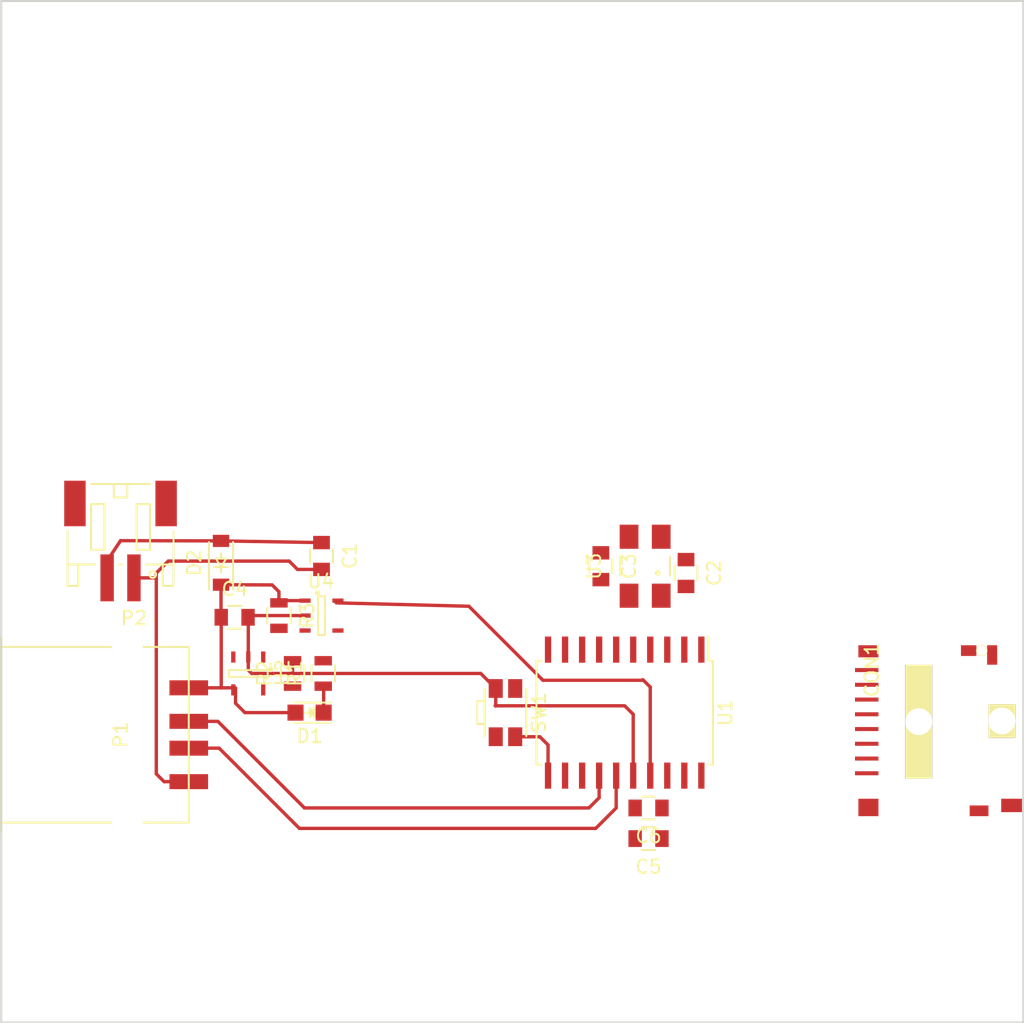
<source format=kicad_pcb>
(kicad_pcb (version 4) (host pcbnew 4.0.1-stable)

  (general
    (links 42)
    (no_connects 23)
    (area 62.602999 83.744999 140.405 160.095001)
    (thickness 1.6)
    (drawings 4)
    (tracks 74)
    (zones 0)
    (modules 19)
    (nets 18)
  )

  (page A)
  (title_block
    (title Jotter)
    (date 2015-12-21)
    (rev 1)
    (company "Mitto Design LLC")
    (comment 1 "by Matthew Swarts")
  )

  (layers
    (0 F.Cu signal)
    (31 B.Cu signal)
    (32 B.Adhes user)
    (33 F.Adhes user)
    (34 B.Paste user)
    (35 F.Paste user)
    (36 B.SilkS user)
    (37 F.SilkS user)
    (38 B.Mask user)
    (39 F.Mask user)
    (40 Dwgs.User user)
    (41 Cmts.User user)
    (42 Eco1.User user)
    (43 Eco2.User user)
    (44 Edge.Cuts user)
    (45 Margin user)
    (46 B.CrtYd user)
    (47 F.CrtYd user)
    (48 B.Fab user)
    (49 F.Fab user)
  )

  (setup
    (last_trace_width 0.3)
    (user_trace_width 0.4)
    (trace_clearance 0.8)
    (zone_clearance 0.508)
    (zone_45_only no)
    (trace_min 0.2)
    (segment_width 0.2)
    (edge_width 0.15)
    (via_size 0.6)
    (via_drill 0.4)
    (via_min_size 0.4)
    (via_min_drill 0.3)
    (uvia_size 0.3)
    (uvia_drill 0.1)
    (uvias_allowed no)
    (uvia_min_size 0.2)
    (uvia_min_drill 0.1)
    (pcb_text_width 0.3)
    (pcb_text_size 1.5 1.5)
    (mod_edge_width 0.15)
    (mod_text_size 1 1)
    (mod_text_width 0.15)
    (pad_size 1.524 1.524)
    (pad_drill 0.762)
    (pad_to_mask_clearance 0.2)
    (aux_axis_origin 0 0)
    (visible_elements 7FFFFFFF)
    (pcbplotparams
      (layerselection 0x00030_80000001)
      (usegerberextensions false)
      (excludeedgelayer true)
      (linewidth 0.100000)
      (plotframeref false)
      (viasonmask false)
      (mode 1)
      (useauxorigin false)
      (hpglpennumber 1)
      (hpglpenspeed 20)
      (hpglpendiameter 15)
      (hpglpenoverlay 2)
      (psnegative false)
      (psa4output false)
      (plotreference true)
      (plotvalue true)
      (plotinvisibletext false)
      (padsonsilk false)
      (subtractmaskfromsilk false)
      (outputformat 1)
      (mirror false)
      (drillshape 1)
      (scaleselection 1)
      (outputdirectory ""))
  )

  (net 0 "")
  (net 1 V_BAT)
  (net 2 GND)
  (net 3 XIN)
  (net 4 XOUT)
  (net 5 V_USB)
  (net 6 3V3)
  (net 7 SPI_SS)
  (net 8 SPI_MOSI)
  (net 9 SPI_SCK)
  (net 10 SPI_MISO)
  (net 11 "Net-(D1-Pad1)")
  (net 12 USB+)
  (net 13 USB-)
  (net 14 "Net-(R1-Pad2)")
  (net 15 "Net-(R2-Pad1)")
  (net 16 "Net-(R3-Pad2)")
  (net 17 RESET)

  (net_class Default "This is the default net class."
    (clearance 0.8)
    (trace_width 0.3)
    (via_dia 0.6)
    (via_drill 0.4)
    (uvia_dia 0.3)
    (uvia_drill 0.1)
    (add_net 3V3)
    (add_net GND)
    (add_net "Net-(D1-Pad1)")
    (add_net "Net-(R1-Pad2)")
    (add_net "Net-(R2-Pad1)")
    (add_net "Net-(R3-Pad2)")
    (add_net RESET)
    (add_net SPI_MISO)
    (add_net SPI_MOSI)
    (add_net SPI_SCK)
    (add_net SPI_SS)
    (add_net USB+)
    (add_net USB-)
    (add_net V_BAT)
    (add_net V_USB)
    (add_net XIN)
    (add_net XOUT)
  )

  (module MyKiCadParts:SOT-23-5-80 (layer F.Cu) (tedit 5677C107) (tstamp 56779FF8)
    (at 87.376 129.667)
    (descr "5-pin SOT23 package")
    (tags SOT-23-5L)
    (path /5677C95C)
    (attr smd)
    (fp_text reference U4 (at -0.05 -2.55) (layer F.SilkS)
      (effects (font (size 1 1) (thickness 0.15)))
    )
    (fp_text value SPX3819 (at -0.05 2.35) (layer F.Fab)
      (effects (font (size 1 1) (thickness 0.15)))
    )
    (fp_circle (center 0 -1.11) (end 0.8 -1.11) (layer F.SilkS) (width 0.01))
    (fp_circle (center -0.89 -0.56) (end -0.49 -0.56) (layer F.SilkS) (width 0.01))
    (fp_line (start -1.8 -1.6) (end 1.8 -1.6) (layer F.CrtYd) (width 0.05))
    (fp_line (start 1.8 -1.6) (end 1.8 1.6) (layer F.CrtYd) (width 0.05))
    (fp_line (start 1.8 1.6) (end -1.8 1.6) (layer F.CrtYd) (width 0.05))
    (fp_line (start -1.8 1.6) (end -1.8 -1.6) (layer F.CrtYd) (width 0.05))
    (fp_circle (center -0.3 -1.7) (end -0.2 -1.7) (layer F.SilkS) (width 0.15))
    (fp_line (start 0.25 -1.45) (end -0.25 -1.45) (layer F.SilkS) (width 0.15))
    (fp_line (start 0.25 1.45) (end 0.25 -1.45) (layer F.SilkS) (width 0.15))
    (fp_line (start -0.25 1.45) (end 0.25 1.45) (layer F.SilkS) (width 0.15))
    (fp_line (start -0.25 -1.45) (end -0.25 1.45) (layer F.SilkS) (width 0.15))
    (pad 1 smd rect (at -1.225 -1.115) (size 0.83 0.32) (layers F.Cu F.Paste F.Mask)
      (net 5 V_USB))
    (pad 2 smd rect (at -1.225 0) (size 0.83 0.32) (layers F.Cu F.Paste F.Mask)
      (net 2 GND))
    (pad 3 smd rect (at -1.225 1.115) (size 0.83 0.32) (layers F.Cu F.Paste F.Mask)
      (net 16 "Net-(R3-Pad2)"))
    (pad 4 smd rect (at 1.225 1.115) (size 0.83 0.32) (layers F.Cu F.Paste F.Mask))
    (pad 5 smd rect (at 1.225 -1.115) (size 0.83 0.32) (layers F.Cu F.Paste F.Mask)
      (net 6 3V3))
    (model TO_SOT_Packages_SMD.3dshapes/SOT-23-5.wrl
      (at (xyz 0 0 0))
      (scale (xyz 1 1 1))
      (rotate (xyz 0 0 0))
    )
  )

  (module MyKiCadParts:SOT-23-5-80 (layer F.Cu) (tedit 5677C107) (tstamp 56779FD9)
    (at 81.915 133.985 270)
    (descr "5-pin SOT23 package")
    (tags SOT-23-5L)
    (path /5677A0B7)
    (attr smd)
    (fp_text reference U2 (at -0.05 -2.55 270) (layer F.SilkS)
      (effects (font (size 1 1) (thickness 0.15)))
    )
    (fp_text value MCP73831 (at -0.05 2.35 270) (layer F.Fab)
      (effects (font (size 1 1) (thickness 0.15)))
    )
    (fp_circle (center 0 -1.11) (end 0.8 -1.11) (layer F.SilkS) (width 0.01))
    (fp_circle (center -0.89 -0.56) (end -0.49 -0.56) (layer F.SilkS) (width 0.01))
    (fp_line (start -1.8 -1.6) (end 1.8 -1.6) (layer F.CrtYd) (width 0.05))
    (fp_line (start 1.8 -1.6) (end 1.8 1.6) (layer F.CrtYd) (width 0.05))
    (fp_line (start 1.8 1.6) (end -1.8 1.6) (layer F.CrtYd) (width 0.05))
    (fp_line (start -1.8 1.6) (end -1.8 -1.6) (layer F.CrtYd) (width 0.05))
    (fp_circle (center -0.3 -1.7) (end -0.2 -1.7) (layer F.SilkS) (width 0.15))
    (fp_line (start 0.25 -1.45) (end -0.25 -1.45) (layer F.SilkS) (width 0.15))
    (fp_line (start 0.25 1.45) (end 0.25 -1.45) (layer F.SilkS) (width 0.15))
    (fp_line (start -0.25 1.45) (end 0.25 1.45) (layer F.SilkS) (width 0.15))
    (fp_line (start -0.25 -1.45) (end -0.25 1.45) (layer F.SilkS) (width 0.15))
    (pad 1 smd rect (at -1.225 -1.115 270) (size 0.83 0.32) (layers F.Cu F.Paste F.Mask)
      (net 14 "Net-(R1-Pad2)"))
    (pad 2 smd rect (at -1.225 0 270) (size 0.83 0.32) (layers F.Cu F.Paste F.Mask)
      (net 2 GND))
    (pad 3 smd rect (at -1.225 1.115 270) (size 0.83 0.32) (layers F.Cu F.Paste F.Mask))
    (pad 4 smd rect (at 1.225 1.115 270) (size 0.83 0.32) (layers F.Cu F.Paste F.Mask)
      (net 5 V_USB))
    (pad 5 smd rect (at 1.225 -1.115 270) (size 0.83 0.32) (layers F.Cu F.Paste F.Mask)
      (net 15 "Net-(R2-Pad1)"))
    (model TO_SOT_Packages_SMD.3dshapes/SOT-23-5.wrl
      (at (xyz 0 0 0))
      (scale (xyz 1 1 1))
      (rotate (xyz 0 0 0))
    )
  )

  (module MyKiCadParts:USB_A_SMD (layer F.Cu) (tedit 5677B760) (tstamp 56779F61)
    (at 72.898 138.557 270)
    (path /56779546)
    (fp_text reference P1 (at 0 0.5 270) (layer F.SilkS)
      (effects (font (size 1 1) (thickness 0.15)))
    )
    (fp_text value USB_A (at 0 -0.5 270) (layer F.Fab)
      (effects (font (size 1 1) (thickness 0.15)))
    )
    (fp_line (start -7.25 9.42) (end 7.25 9.42) (layer F.SilkS) (width 0.15))
    (fp_line (start -6.55 -4.58) (end -6.55 9.42) (layer F.SilkS) (width 0.15))
    (fp_line (start 6.55 -4.58) (end 6.55 9.42) (layer F.SilkS) (width 0.15))
    (fp_line (start -6.55 -4.58) (end 6.55 -4.58) (layer F.SilkS) (width 0.15))
    (pad "" np_thru_hole circle (at 6.57 0 270) (size 2.3 2.3) (drill 2.3) (layers *.Cu *.Mask F.SilkS))
    (pad 4 smd rect (at 3.5 -4.58 270) (size 1.12 2.88) (layers F.Cu F.Paste F.Mask)
      (net 2 GND))
    (pad 3 smd rect (at 1 -4.58 270) (size 1.12 2.88) (layers F.Cu F.Paste F.Mask)
      (net 12 USB+))
    (pad 2 smd rect (at -1 -4.58 270) (size 1.12 2.88) (layers F.Cu F.Paste F.Mask)
      (net 13 USB-))
    (pad 1 smd rect (at -3.5 -4.58 270) (size 1.12 2.88) (layers F.Cu F.Paste F.Mask)
      (net 5 V_USB))
    (pad "" np_thru_hole circle (at -6.57 0 270) (size 2.3 2.3) (drill 2.3) (layers *.Cu *.Mask F.SilkS))
  )

  (module Connectors_JST_PH:Connectors_JST_S2B-PH-SM4-TB (layer F.Cu) (tedit 55F6C32A) (tstamp 56779F6B)
    (at 72.39 124.079 180)
    (descr "JST PH series connector, S2B-PH-SM4-TB")
    (tags "connector jst ph")
    (path /5677BFD6)
    (attr smd)
    (fp_text reference P2 (at -1 -5.775 180) (layer F.SilkS)
      (effects (font (size 1 1) (thickness 0.15)))
    )
    (fp_text value CONN_01X02 (at 0 5.725 180) (layer F.Fab)
      (effects (font (size 1 1) (thickness 0.15)))
    )
    (fp_circle (center -2.4 -2.525) (end -2.15 -2.525) (layer F.SilkS) (width 0.15))
    (fp_line (start -0.5 4.225) (end -0.5 3.225) (layer F.SilkS) (width 0.15))
    (fp_line (start -0.5 3.225) (end 0.5 3.225) (layer F.SilkS) (width 0.15))
    (fp_line (start 0.5 3.225) (end 0.5 4.225) (layer F.SilkS) (width 0.15))
    (fp_line (start -1.9 -1.775) (end -3.15 -1.775) (layer F.SilkS) (width 0.15))
    (fp_line (start -3.15 -1.775) (end -3.15 -3.375) (layer F.SilkS) (width 0.15))
    (fp_line (start -3.15 -3.375) (end -3.95 -3.375) (layer F.SilkS) (width 0.15))
    (fp_line (start -3.95 -3.375) (end -3.95 0.725) (layer F.SilkS) (width 0.15))
    (fp_line (start -3.15 -1.775) (end -3.95 -1.775) (layer F.SilkS) (width 0.15))
    (fp_line (start 1.9 -1.775) (end 3.15 -1.775) (layer F.SilkS) (width 0.15))
    (fp_line (start 3.15 -1.775) (end 3.15 -3.375) (layer F.SilkS) (width 0.15))
    (fp_line (start 3.15 -3.375) (end 3.95 -3.375) (layer F.SilkS) (width 0.15))
    (fp_line (start 3.95 -3.375) (end 3.95 0.725) (layer F.SilkS) (width 0.15))
    (fp_line (start 3.15 -1.775) (end 3.95 -1.775) (layer F.SilkS) (width 0.15))
    (fp_line (start -2.2 4.225) (end 2.2 4.225) (layer F.SilkS) (width 0.15))
    (fp_line (start -2.2 -0.675) (end -2.2 2.725) (layer F.SilkS) (width 0.15))
    (fp_line (start -2.2 2.725) (end -1.2 2.725) (layer F.SilkS) (width 0.15))
    (fp_line (start -1.2 2.725) (end -1.2 -0.675) (layer F.SilkS) (width 0.15))
    (fp_line (start -1.2 -0.675) (end -2.2 -0.675) (layer F.SilkS) (width 0.15))
    (fp_line (start 2.2 -0.675) (end 2.2 2.725) (layer F.SilkS) (width 0.15))
    (fp_line (start 2.2 2.725) (end 1.2 2.725) (layer F.SilkS) (width 0.15))
    (fp_line (start 1.2 2.725) (end 1.2 -0.675) (layer F.SilkS) (width 0.15))
    (fp_line (start 1.2 -0.675) (end 2.2 -0.675) (layer F.SilkS) (width 0.15))
    (fp_line (start -0.1 -1.775) (end 0.1 -1.775) (layer F.SilkS) (width 0.15))
    (fp_line (start -4.7 5) (end -4.7 -5.05) (layer F.CrtYd) (width 0.05))
    (fp_line (start -4.7 -5.05) (end 4.7 -5.05) (layer F.CrtYd) (width 0.05))
    (fp_line (start 4.7 -5.05) (end 4.7 5) (layer F.CrtYd) (width 0.05))
    (fp_line (start 4.7 5) (end -4.7 5) (layer F.CrtYd) (width 0.05))
    (pad 1 smd rect (at -1 -2.775 180) (size 1 3.5) (layers F.Cu F.Paste F.Mask)
      (net 2 GND))
    (pad 2 smd rect (at 1 -2.775 180) (size 1 3.5) (layers F.Cu F.Paste F.Mask)
      (net 1 V_BAT))
    (pad "" smd rect (at -3.4 2.775 180) (size 1.6 3.4) (layers F.Cu F.Paste F.Mask))
    (pad "" smd rect (at 3.4 2.775 180) (size 1.6 3.4) (layers F.Cu F.Paste F.Mask))
  )

  (module Crystals:Crystal_SMD_0603_4Pads (layer F.Cu) (tedit 0) (tstamp 56779FE6)
    (at 111.506 125.984 90)
    (descr "Crystal, Quarz, SMD, 0603, 4 Pads,")
    (tags "Crystal, Quarz, SMD, 0603, 4 Pads,")
    (path /5677897C)
    (attr smd)
    (fp_text reference U3 (at 0 -3.81 90) (layer F.SilkS)
      (effects (font (size 1 1) (thickness 0.15)))
    )
    (fp_text value ABS25 (at 0 3.81 90) (layer F.Fab)
      (effects (font (size 1 1) (thickness 0.15)))
    )
    (fp_circle (center 0 0) (end 0.50038 0) (layer F.Adhes) (width 0.381))
    (fp_circle (center 0 0) (end 0.14986 0) (layer F.Adhes) (width 0.381))
    (fp_circle (center -0.50038 0.94996) (end -0.39878 1.04902) (layer F.SilkS) (width 0.15))
    (fp_line (start 0.70104 1.84912) (end -0.70104 1.84912) (layer F.SilkS) (width 0.15))
    (fp_line (start -0.70104 -1.84912) (end 0.70104 -1.84912) (layer F.SilkS) (width 0.15))
    (pad 1 smd rect (at -2.19964 1.19888 90) (size 1.80086 1.39954) (layers F.Cu F.Paste F.Mask)
      (net 3 XIN))
    (pad 2 smd rect (at 2.19964 1.19888 90) (size 1.80086 1.39954) (layers F.Cu F.Paste F.Mask))
    (pad 3 smd rect (at 2.19964 -1.19888 90) (size 1.80086 1.39954) (layers F.Cu F.Paste F.Mask))
    (pad 4 smd rect (at -2.19964 -1.19888 90) (size 1.80086 1.39954) (layers F.Cu F.Paste F.Mask)
      (net 4 XOUT))
  )

  (module Buttons_Switches_SMD:SW_SPST_EVQP7A (layer F.Cu) (tedit 55DB4810) (tstamp 56779FA4)
    (at 101.092 136.906 270)
    (descr "Light Touch Switch")
    (path /5677E9EE)
    (attr smd)
    (fp_text reference SW1 (at 0 -2.5 270) (layer F.SilkS)
      (effects (font (size 1 1) (thickness 0.15)))
    )
    (fp_text value SPST (at 0 0 270) (layer F.Fab)
      (effects (font (size 1 1) (thickness 0.15)))
    )
    (fp_line (start -1.1 2.35) (end -1.1 1.7) (layer F.CrtYd) (width 0.05))
    (fp_line (start -1.1 1.7) (end -2.75 1.7) (layer F.CrtYd) (width 0.05))
    (fp_line (start 2.75 1.7) (end 1.1 1.7) (layer F.CrtYd) (width 0.05))
    (fp_line (start 1.1 1.7) (end 1.1 2.35) (layer F.CrtYd) (width 0.05))
    (fp_line (start 0.85 1.55) (end 0.85 2.1) (layer F.SilkS) (width 0.15))
    (fp_line (start 0.85 2.1) (end -0.85 2.1) (layer F.SilkS) (width 0.15))
    (fp_line (start -0.85 2.1) (end -0.85 1.55) (layer F.SilkS) (width 0.15))
    (fp_line (start -1.75 -1.55) (end 1.75 -1.55) (layer F.SilkS) (width 0.15))
    (fp_line (start 1.75 1.55) (end -1.75 1.55) (layer F.SilkS) (width 0.15))
    (fp_line (start -2.75 -1.7) (end 2.75 -1.7) (layer F.CrtYd) (width 0.05))
    (fp_line (start 2.75 -1.7) (end 2.75 1.7) (layer F.CrtYd) (width 0.05))
    (fp_line (start 1.1 2.35) (end -1.1 2.35) (layer F.CrtYd) (width 0.05))
    (fp_line (start -2.75 1.7) (end -2.75 -1.7) (layer F.CrtYd) (width 0.05))
    (pad 1 smd rect (at 1.8 -0.725 270) (size 1.4 1.05) (layers F.Cu F.Paste F.Mask)
      (net 17 RESET))
    (pad 1 smd rect (at -1.8 -0.725 270) (size 1.4 1.05) (layers F.Cu F.Paste F.Mask)
      (net 17 RESET))
    (pad 2 smd rect (at 1.8 0.725 270) (size 1.4 1.05) (layers F.Cu F.Paste F.Mask)
      (net 2 GND))
    (pad 2 smd rect (at -1.8 0.725 270) (size 1.4 1.05) (layers F.Cu F.Paste F.Mask)
      (net 2 GND))
  )

  (module Resistors_SMD:R_0805 (layer F.Cu) (tedit 5415CDEB) (tstamp 56779F8F)
    (at 84.201 129.667 270)
    (descr "Resistor SMD 0805, reflow soldering, Vishay (see dcrcw.pdf)")
    (tags "resistor 0805")
    (path /5677CD97)
    (attr smd)
    (fp_text reference R3 (at 0 -2.1 270) (layer F.SilkS)
      (effects (font (size 1 1) (thickness 0.15)))
    )
    (fp_text value 100K (at 0 2.1 270) (layer F.Fab)
      (effects (font (size 1 1) (thickness 0.15)))
    )
    (fp_line (start -1.6 -1) (end 1.6 -1) (layer F.CrtYd) (width 0.05))
    (fp_line (start -1.6 1) (end 1.6 1) (layer F.CrtYd) (width 0.05))
    (fp_line (start -1.6 -1) (end -1.6 1) (layer F.CrtYd) (width 0.05))
    (fp_line (start 1.6 -1) (end 1.6 1) (layer F.CrtYd) (width 0.05))
    (fp_line (start 0.6 0.875) (end -0.6 0.875) (layer F.SilkS) (width 0.15))
    (fp_line (start -0.6 -0.875) (end 0.6 -0.875) (layer F.SilkS) (width 0.15))
    (pad 1 smd rect (at -0.95 0 270) (size 0.7 1.3) (layers F.Cu F.Paste F.Mask)
      (net 5 V_USB))
    (pad 2 smd rect (at 0.95 0 270) (size 0.7 1.3) (layers F.Cu F.Paste F.Mask)
      (net 16 "Net-(R3-Pad2)"))
    (model Resistors_SMD.3dshapes/R_0805.wrl
      (at (xyz 0 0 0))
      (scale (xyz 1 1 1))
      (rotate (xyz 0 0 0))
    )
  )

  (module Resistors_SMD:R_0805 (layer F.Cu) (tedit 5415CDEB) (tstamp 56779F83)
    (at 85.217 133.985 90)
    (descr "Resistor SMD 0805, reflow soldering, Vishay (see dcrcw.pdf)")
    (tags "resistor 0805")
    (path /5677A671)
    (attr smd)
    (fp_text reference R2 (at 0 -2.1 90) (layer F.SilkS)
      (effects (font (size 1 1) (thickness 0.15)))
    )
    (fp_text value 10K (at 0 2.1 90) (layer F.Fab)
      (effects (font (size 1 1) (thickness 0.15)))
    )
    (fp_line (start -1.6 -1) (end 1.6 -1) (layer F.CrtYd) (width 0.05))
    (fp_line (start -1.6 1) (end 1.6 1) (layer F.CrtYd) (width 0.05))
    (fp_line (start -1.6 -1) (end -1.6 1) (layer F.CrtYd) (width 0.05))
    (fp_line (start 1.6 -1) (end 1.6 1) (layer F.CrtYd) (width 0.05))
    (fp_line (start 0.6 0.875) (end -0.6 0.875) (layer F.SilkS) (width 0.15))
    (fp_line (start -0.6 -0.875) (end 0.6 -0.875) (layer F.SilkS) (width 0.15))
    (pad 1 smd rect (at -0.95 0 90) (size 0.7 1.3) (layers F.Cu F.Paste F.Mask)
      (net 15 "Net-(R2-Pad1)"))
    (pad 2 smd rect (at 0.95 0 90) (size 0.7 1.3) (layers F.Cu F.Paste F.Mask)
      (net 2 GND))
    (model Resistors_SMD.3dshapes/R_0805.wrl
      (at (xyz 0 0 0))
      (scale (xyz 1 1 1))
      (rotate (xyz 0 0 0))
    )
  )

  (module Resistors_SMD:R_0805 (layer F.Cu) (tedit 5415CDEB) (tstamp 56779F77)
    (at 87.503 133.985 90)
    (descr "Resistor SMD 0805, reflow soldering, Vishay (see dcrcw.pdf)")
    (tags "resistor 0805")
    (path /5677A5FB)
    (attr smd)
    (fp_text reference R1 (at 0 -2.1 90) (layer F.SilkS)
      (effects (font (size 1 1) (thickness 0.15)))
    )
    (fp_text value 1K (at 0 2.1 90) (layer F.Fab)
      (effects (font (size 1 1) (thickness 0.15)))
    )
    (fp_line (start -1.6 -1) (end 1.6 -1) (layer F.CrtYd) (width 0.05))
    (fp_line (start -1.6 1) (end 1.6 1) (layer F.CrtYd) (width 0.05))
    (fp_line (start -1.6 -1) (end -1.6 1) (layer F.CrtYd) (width 0.05))
    (fp_line (start 1.6 -1) (end 1.6 1) (layer F.CrtYd) (width 0.05))
    (fp_line (start 0.6 0.875) (end -0.6 0.875) (layer F.SilkS) (width 0.15))
    (fp_line (start -0.6 -0.875) (end 0.6 -0.875) (layer F.SilkS) (width 0.15))
    (pad 1 smd rect (at -0.95 0 90) (size 0.7 1.3) (layers F.Cu F.Paste F.Mask)
      (net 11 "Net-(D1-Pad1)"))
    (pad 2 smd rect (at 0.95 0 90) (size 0.7 1.3) (layers F.Cu F.Paste F.Mask)
      (net 14 "Net-(R1-Pad2)"))
    (model Resistors_SMD.3dshapes/R_0805.wrl
      (at (xyz 0 0 0))
      (scale (xyz 1 1 1))
      (rotate (xyz 0 0 0))
    )
  )

  (module Diodes_SMD:SOD-123 (layer F.Cu) (tedit 5530FCB9) (tstamp 56779F4F)
    (at 79.883 125.73 90)
    (descr SOD-123)
    (tags SOD-123)
    (path /5677CCC3)
    (attr smd)
    (fp_text reference D2 (at 0 -2 90) (layer F.SilkS)
      (effects (font (size 1 1) (thickness 0.15)))
    )
    (fp_text value D_Schottky (at 0 2.1 90) (layer F.Fab)
      (effects (font (size 1 1) (thickness 0.15)))
    )
    (fp_line (start 0.3175 0) (end 0.6985 0) (layer F.SilkS) (width 0.15))
    (fp_line (start -0.6985 0) (end -0.3175 0) (layer F.SilkS) (width 0.15))
    (fp_line (start -0.3175 0) (end 0.3175 -0.381) (layer F.SilkS) (width 0.15))
    (fp_line (start 0.3175 -0.381) (end 0.3175 0.381) (layer F.SilkS) (width 0.15))
    (fp_line (start 0.3175 0.381) (end -0.3175 0) (layer F.SilkS) (width 0.15))
    (fp_line (start -0.3175 -0.508) (end -0.3175 0.508) (layer F.SilkS) (width 0.15))
    (fp_line (start -2.25 -1.05) (end 2.25 -1.05) (layer F.CrtYd) (width 0.05))
    (fp_line (start 2.25 -1.05) (end 2.25 1.05) (layer F.CrtYd) (width 0.05))
    (fp_line (start 2.25 1.05) (end -2.25 1.05) (layer F.CrtYd) (width 0.05))
    (fp_line (start -2.25 -1.05) (end -2.25 1.05) (layer F.CrtYd) (width 0.05))
    (fp_line (start -2 0.9) (end 1.54 0.9) (layer F.SilkS) (width 0.15))
    (fp_line (start -2 -0.9) (end 1.54 -0.9) (layer F.SilkS) (width 0.15))
    (pad 1 smd rect (at -1.635 0 90) (size 0.91 1.22) (layers F.Cu F.Paste F.Mask)
      (net 5 V_USB))
    (pad 2 smd rect (at 1.635 0 90) (size 0.91 1.22) (layers F.Cu F.Paste F.Mask)
      (net 1 V_BAT))
  )

  (module LEDs:LED-0805 (layer F.Cu) (tedit 55BDE1C2) (tstamp 56779F3D)
    (at 86.487 136.906 180)
    (descr "LED 0805 smd package")
    (tags "LED 0805 SMD")
    (path /5677A51E)
    (attr smd)
    (fp_text reference D1 (at 0 -1.75 180) (layer F.SilkS)
      (effects (font (size 1 1) (thickness 0.15)))
    )
    (fp_text value LED (at 0 1.75 180) (layer F.Fab)
      (effects (font (size 1 1) (thickness 0.15)))
    )
    (fp_line (start -1.6 0.75) (end 1.1 0.75) (layer F.SilkS) (width 0.15))
    (fp_line (start -1.6 -0.75) (end 1.1 -0.75) (layer F.SilkS) (width 0.15))
    (fp_line (start -0.1 0.15) (end -0.1 -0.1) (layer F.SilkS) (width 0.15))
    (fp_line (start -0.1 -0.1) (end -0.25 0.05) (layer F.SilkS) (width 0.15))
    (fp_line (start -0.35 -0.35) (end -0.35 0.35) (layer F.SilkS) (width 0.15))
    (fp_line (start 0 0) (end 0.35 0) (layer F.SilkS) (width 0.15))
    (fp_line (start -0.35 0) (end 0 -0.35) (layer F.SilkS) (width 0.15))
    (fp_line (start 0 -0.35) (end 0 0.35) (layer F.SilkS) (width 0.15))
    (fp_line (start 0 0.35) (end -0.35 0) (layer F.SilkS) (width 0.15))
    (fp_line (start 1.9 -0.95) (end 1.9 0.95) (layer F.CrtYd) (width 0.05))
    (fp_line (start 1.9 0.95) (end -1.9 0.95) (layer F.CrtYd) (width 0.05))
    (fp_line (start -1.9 0.95) (end -1.9 -0.95) (layer F.CrtYd) (width 0.05))
    (fp_line (start -1.9 -0.95) (end 1.9 -0.95) (layer F.CrtYd) (width 0.05))
    (pad 2 smd rect (at 1.04902 0) (size 1.19888 1.19888) (layers F.Cu F.Paste F.Mask)
      (net 5 V_USB))
    (pad 1 smd rect (at -1.04902 0) (size 1.19888 1.19888) (layers F.Cu F.Paste F.Mask)
      (net 11 "Net-(D1-Pad1)"))
    (model LEDs.3dshapes/LED-0805.wrl
      (at (xyz 0 0 0))
      (scale (xyz 1 1 1))
      (rotate (xyz 0 0 0))
    )
  )

  (module Capacitors_SMD:C_0805 (layer F.Cu) (tedit 5415D6EA) (tstamp 56779F07)
    (at 111.76 144.018 180)
    (descr "Capacitor SMD 0805, reflow soldering, AVX (see smccp.pdf)")
    (tags "capacitor 0805")
    (path /5677CD62)
    (attr smd)
    (fp_text reference C6 (at 0 -2.1 180) (layer F.SilkS)
      (effects (font (size 1 1) (thickness 0.15)))
    )
    (fp_text value 1uF (at 0 2.1 180) (layer F.Fab)
      (effects (font (size 1 1) (thickness 0.15)))
    )
    (fp_line (start -1.8 -1) (end 1.8 -1) (layer F.CrtYd) (width 0.05))
    (fp_line (start -1.8 1) (end 1.8 1) (layer F.CrtYd) (width 0.05))
    (fp_line (start -1.8 -1) (end -1.8 1) (layer F.CrtYd) (width 0.05))
    (fp_line (start 1.8 -1) (end 1.8 1) (layer F.CrtYd) (width 0.05))
    (fp_line (start 0.5 -0.85) (end -0.5 -0.85) (layer F.SilkS) (width 0.15))
    (fp_line (start -0.5 0.85) (end 0.5 0.85) (layer F.SilkS) (width 0.15))
    (pad 1 smd rect (at -1 0 180) (size 1 1.25) (layers F.Cu F.Paste F.Mask)
      (net 6 3V3))
    (pad 2 smd rect (at 1 0 180) (size 1 1.25) (layers F.Cu F.Paste F.Mask)
      (net 2 GND))
    (model Capacitors_SMD.3dshapes/C_0805.wrl
      (at (xyz 0 0 0))
      (scale (xyz 1 1 1))
      (rotate (xyz 0 0 0))
    )
  )

  (module Capacitors_SMD:C_0805 (layer F.Cu) (tedit 5415D6EA) (tstamp 56779EFB)
    (at 111.76 146.304 180)
    (descr "Capacitor SMD 0805, reflow soldering, AVX (see smccp.pdf)")
    (tags "capacitor 0805")
    (path /5677CD2F)
    (attr smd)
    (fp_text reference C5 (at 0 -2.1 180) (layer F.SilkS)
      (effects (font (size 1 1) (thickness 0.15)))
    )
    (fp_text value 10uF (at 0 2.1 180) (layer F.Fab)
      (effects (font (size 1 1) (thickness 0.15)))
    )
    (fp_line (start -1.8 -1) (end 1.8 -1) (layer F.CrtYd) (width 0.05))
    (fp_line (start -1.8 1) (end 1.8 1) (layer F.CrtYd) (width 0.05))
    (fp_line (start -1.8 -1) (end -1.8 1) (layer F.CrtYd) (width 0.05))
    (fp_line (start 1.8 -1) (end 1.8 1) (layer F.CrtYd) (width 0.05))
    (fp_line (start 0.5 -0.85) (end -0.5 -0.85) (layer F.SilkS) (width 0.15))
    (fp_line (start -0.5 0.85) (end 0.5 0.85) (layer F.SilkS) (width 0.15))
    (pad 1 smd rect (at -1 0 180) (size 1 1.25) (layers F.Cu F.Paste F.Mask)
      (net 6 3V3))
    (pad 2 smd rect (at 1 0 180) (size 1 1.25) (layers F.Cu F.Paste F.Mask)
      (net 2 GND))
    (model Capacitors_SMD.3dshapes/C_0805.wrl
      (at (xyz 0 0 0))
      (scale (xyz 1 1 1))
      (rotate (xyz 0 0 0))
    )
  )

  (module Capacitors_SMD:C_0805 (layer F.Cu) (tedit 5415D6EA) (tstamp 56779EEF)
    (at 80.899 129.794)
    (descr "Capacitor SMD 0805, reflow soldering, AVX (see smccp.pdf)")
    (tags "capacitor 0805")
    (path /5677CCF6)
    (attr smd)
    (fp_text reference C4 (at 0 -2.1) (layer F.SilkS)
      (effects (font (size 1 1) (thickness 0.15)))
    )
    (fp_text value 10uF (at 0 2.1) (layer F.Fab)
      (effects (font (size 1 1) (thickness 0.15)))
    )
    (fp_line (start -1.8 -1) (end 1.8 -1) (layer F.CrtYd) (width 0.05))
    (fp_line (start -1.8 1) (end 1.8 1) (layer F.CrtYd) (width 0.05))
    (fp_line (start -1.8 -1) (end -1.8 1) (layer F.CrtYd) (width 0.05))
    (fp_line (start 1.8 -1) (end 1.8 1) (layer F.CrtYd) (width 0.05))
    (fp_line (start 0.5 -0.85) (end -0.5 -0.85) (layer F.SilkS) (width 0.15))
    (fp_line (start -0.5 0.85) (end 0.5 0.85) (layer F.SilkS) (width 0.15))
    (pad 1 smd rect (at -1 0) (size 1 1.25) (layers F.Cu F.Paste F.Mask)
      (net 5 V_USB))
    (pad 2 smd rect (at 1 0) (size 1 1.25) (layers F.Cu F.Paste F.Mask)
      (net 2 GND))
    (model Capacitors_SMD.3dshapes/C_0805.wrl
      (at (xyz 0 0 0))
      (scale (xyz 1 1 1))
      (rotate (xyz 0 0 0))
    )
  )

  (module Capacitors_SMD:C_0805 (layer F.Cu) (tedit 5415D6EA) (tstamp 56779EE3)
    (at 108.204 125.984 270)
    (descr "Capacitor SMD 0805, reflow soldering, AVX (see smccp.pdf)")
    (tags "capacitor 0805")
    (path /56778A60)
    (attr smd)
    (fp_text reference C3 (at 0 -2.1 270) (layer F.SilkS)
      (effects (font (size 1 1) (thickness 0.15)))
    )
    (fp_text value C (at 0 2.1 270) (layer F.Fab)
      (effects (font (size 1 1) (thickness 0.15)))
    )
    (fp_line (start -1.8 -1) (end 1.8 -1) (layer F.CrtYd) (width 0.05))
    (fp_line (start -1.8 1) (end 1.8 1) (layer F.CrtYd) (width 0.05))
    (fp_line (start -1.8 -1) (end -1.8 1) (layer F.CrtYd) (width 0.05))
    (fp_line (start 1.8 -1) (end 1.8 1) (layer F.CrtYd) (width 0.05))
    (fp_line (start 0.5 -0.85) (end -0.5 -0.85) (layer F.SilkS) (width 0.15))
    (fp_line (start -0.5 0.85) (end 0.5 0.85) (layer F.SilkS) (width 0.15))
    (pad 1 smd rect (at -1 0 270) (size 1 1.25) (layers F.Cu F.Paste F.Mask)
      (net 2 GND))
    (pad 2 smd rect (at 1 0 270) (size 1 1.25) (layers F.Cu F.Paste F.Mask)
      (net 4 XOUT))
    (model Capacitors_SMD.3dshapes/C_0805.wrl
      (at (xyz 0 0 0))
      (scale (xyz 1 1 1))
      (rotate (xyz 0 0 0))
    )
  )

  (module Capacitors_SMD:C_0805 (layer F.Cu) (tedit 5415D6EA) (tstamp 56779ED7)
    (at 114.554 126.492 270)
    (descr "Capacitor SMD 0805, reflow soldering, AVX (see smccp.pdf)")
    (tags "capacitor 0805")
    (path /56778A25)
    (attr smd)
    (fp_text reference C2 (at 0 -2.1 270) (layer F.SilkS)
      (effects (font (size 1 1) (thickness 0.15)))
    )
    (fp_text value C (at 0 2.1 270) (layer F.Fab)
      (effects (font (size 1 1) (thickness 0.15)))
    )
    (fp_line (start -1.8 -1) (end 1.8 -1) (layer F.CrtYd) (width 0.05))
    (fp_line (start -1.8 1) (end 1.8 1) (layer F.CrtYd) (width 0.05))
    (fp_line (start -1.8 -1) (end -1.8 1) (layer F.CrtYd) (width 0.05))
    (fp_line (start 1.8 -1) (end 1.8 1) (layer F.CrtYd) (width 0.05))
    (fp_line (start 0.5 -0.85) (end -0.5 -0.85) (layer F.SilkS) (width 0.15))
    (fp_line (start -0.5 0.85) (end 0.5 0.85) (layer F.SilkS) (width 0.15))
    (pad 1 smd rect (at -1 0 270) (size 1 1.25) (layers F.Cu F.Paste F.Mask)
      (net 2 GND))
    (pad 2 smd rect (at 1 0 270) (size 1 1.25) (layers F.Cu F.Paste F.Mask)
      (net 3 XIN))
    (model Capacitors_SMD.3dshapes/C_0805.wrl
      (at (xyz 0 0 0))
      (scale (xyz 1 1 1))
      (rotate (xyz 0 0 0))
    )
  )

  (module Capacitors_SMD:C_0805 (layer F.Cu) (tedit 5415D6EA) (tstamp 56779ECB)
    (at 87.376 125.222 270)
    (descr "Capacitor SMD 0805, reflow soldering, AVX (see smccp.pdf)")
    (tags "capacitor 0805")
    (path /5677A6E0)
    (attr smd)
    (fp_text reference C1 (at 0 -2.1 270) (layer F.SilkS)
      (effects (font (size 1 1) (thickness 0.15)))
    )
    (fp_text value 10uF (at 0 2.1 270) (layer F.Fab)
      (effects (font (size 1 1) (thickness 0.15)))
    )
    (fp_line (start -1.8 -1) (end 1.8 -1) (layer F.CrtYd) (width 0.05))
    (fp_line (start -1.8 1) (end 1.8 1) (layer F.CrtYd) (width 0.05))
    (fp_line (start -1.8 -1) (end -1.8 1) (layer F.CrtYd) (width 0.05))
    (fp_line (start 1.8 -1) (end 1.8 1) (layer F.CrtYd) (width 0.05))
    (fp_line (start 0.5 -0.85) (end -0.5 -0.85) (layer F.SilkS) (width 0.15))
    (fp_line (start -0.5 0.85) (end 0.5 0.85) (layer F.SilkS) (width 0.15))
    (pad 1 smd rect (at -1 0 270) (size 1 1.25) (layers F.Cu F.Paste F.Mask)
      (net 1 V_BAT))
    (pad 2 smd rect (at 1 0 270) (size 1 1.25) (layers F.Cu F.Paste F.Mask)
      (net 2 GND))
    (model Capacitors_SMD.3dshapes/C_0805.wrl
      (at (xyz 0 0 0))
      (scale (xyz 1 1 1))
      (rotate (xyz 0 0 0))
    )
  )

  (module MyKiCadParts:DM3D-SF-80 (layer F.Cu) (tedit 5678463F) (tstamp 56779F2A)
    (at 128.905 133.731 270)
    (descr http://media.digikey.com/PDF/Data%20Sheets/Hirose%20PDFs/DM3D-SF.pdf)
    (tags "microSD, SD")
    (path /5677FF4C)
    (fp_text reference CON1 (at 0 0.5 270) (layer F.SilkS)
      (effects (font (size 1 1) (thickness 0.15)))
    )
    (fp_text value SD_Card (at 0 -0.5 270) (layer F.Fab)
      (effects (font (size 1 1) (thickness 0.15)))
    )
    (fp_circle (center -1.45 -7.7) (end -1.05 -7.7) (layer F.SilkS) (width 0.05))
    (pad "" np_thru_hole rect (at 3.85 -3 270) (size 8.5 2) (drill 2) (layers *.Cu *.Mask F.SilkS))
    (pad "" np_thru_hole rect (at 3.8 -9.2 270) (size 2.5 2) (drill 2) (layers *.Cu *.Mask F.SilkS))
    (pad "" smd rect (at 10.1 -9.925 270) (size 1 1.55) (layers F.Cu F.Paste F.Mask))
    (pad "" smd rect (at -1.125 -8.475 270) (size 1.45 0.75) (layers F.Cu F.Paste F.Mask))
    (pad "" smd rect (at -1.45 -6.725 270) (size 0.8 1.15) (layers F.Cu F.Paste F.Mask))
    (pad "" smd rect (at 10.5 -7.5 270) (size 0.8 1.4) (layers F.Cu F.Paste F.Mask))
    (pad "" smd rect (at 10.25 0.75 270) (size 1.3 1.5) (layers F.Cu F.Paste F.Mask))
    (pad "" smd rect (at -1.4 0.75 270) (size 0.9 1.5) (layers F.Cu F.Paste F.Mask))
    (pad 8 smd rect (at 0 0.875 270) (size 0.3 1.75) (layers F.Cu F.Paste F.Mask))
    (pad 7 smd rect (at 1.1 0.875 270) (size 0.3 1.75) (layers F.Cu F.Paste F.Mask)
      (net 10 SPI_MISO))
    (pad 6 smd rect (at 2.2 0.875 270) (size 0.3 1.75) (layers F.Cu F.Paste F.Mask)
      (net 2 GND))
    (pad 5 smd rect (at 3.3 0.875 270) (size 0.3 1.75) (layers F.Cu F.Paste F.Mask)
      (net 9 SPI_SCK))
    (pad 4 smd rect (at 4.4 0.875 270) (size 0.3 1.75) (layers F.Cu F.Paste F.Mask)
      (net 6 3V3))
    (pad 3 smd rect (at 5.5 0.875 270) (size 0.3 1.75) (layers F.Cu F.Paste F.Mask)
      (net 8 SPI_MOSI))
    (pad 2 smd rect (at 6.6 0.875 270) (size 0.3 1.75) (layers F.Cu F.Paste F.Mask)
      (net 7 SPI_SS))
    (pad 1 smd rect (at 7.7 0.875 270) (size 0.3 1.75) (layers F.Cu F.Paste F.Mask))
  )

  (module MyKiCadParts:SOIC-20_7.5x12.8mm_Pitch1.27mm-80 (layer F.Cu) (tedit 567847F2) (tstamp 56779FC7)
    (at 109.982 136.906 270)
    (descr "20-Lead Plastic Small Outline (SO) - Wide, 7.50 mm Body [SOIC] (see Microchip Packaging Specification 00000049BS.pdf)")
    (tags "SOIC 1.27")
    (path /5677B02B)
    (attr smd)
    (fp_text reference U1 (at 0 -7.5 270) (layer F.SilkS)
      (effects (font (size 1 1) (thickness 0.15)))
    )
    (fp_text value ATSAMD11D14A (at 0 7.5 270) (layer F.Fab)
      (effects (font (size 1 1) (thickness 0.15)))
    )
    (fp_line (start -5.95 -6.75) (end -5.95 6.75) (layer F.CrtYd) (width 0.05))
    (fp_line (start 5.95 -6.75) (end 5.95 6.75) (layer F.CrtYd) (width 0.05))
    (fp_line (start -5.95 -6.75) (end 5.95 -6.75) (layer F.CrtYd) (width 0.05))
    (fp_line (start -5.95 6.75) (end 5.95 6.75) (layer F.CrtYd) (width 0.05))
    (fp_line (start -3.875 -6.575) (end -3.875 -6.24) (layer F.SilkS) (width 0.15))
    (fp_line (start 3.875 -6.575) (end 3.875 -6.24) (layer F.SilkS) (width 0.15))
    (fp_line (start 3.875 6.575) (end 3.875 6.24) (layer F.SilkS) (width 0.15))
    (fp_line (start -3.875 6.575) (end -3.875 6.24) (layer F.SilkS) (width 0.15))
    (fp_line (start -3.875 -6.575) (end 3.875 -6.575) (layer F.SilkS) (width 0.15))
    (fp_line (start -3.875 6.575) (end 3.875 6.575) (layer F.SilkS) (width 0.15))
    (fp_line (start -3.875 -6.24) (end -5.675 -6.24) (layer F.SilkS) (width 0.15))
    (pad 1 smd rect (at -4.7 -5.715 270) (size 1.95 0.47) (layers F.Cu F.Paste F.Mask)
      (net 7 SPI_SS))
    (pad 2 smd rect (at -4.7 -4.445 270) (size 1.95 0.47) (layers F.Cu F.Paste F.Mask)
      (net 8 SPI_MOSI))
    (pad 3 smd rect (at -4.7 -3.175 270) (size 1.95 0.47) (layers F.Cu F.Paste F.Mask)
      (net 9 SPI_SCK))
    (pad 4 smd rect (at -4.7 -1.905 270) (size 1.95 0.47) (layers F.Cu F.Paste F.Mask)
      (net 3 XIN))
    (pad 5 smd rect (at -4.7 -0.635 270) (size 1.95 0.47) (layers F.Cu F.Paste F.Mask)
      (net 4 XOUT))
    (pad 6 smd rect (at -4.7 0.635 270) (size 1.95 0.47) (layers F.Cu F.Paste F.Mask))
    (pad 7 smd rect (at -4.7 1.905 270) (size 1.95 0.47) (layers F.Cu F.Paste F.Mask))
    (pad 8 smd rect (at -4.7 3.175 270) (size 1.95 0.47) (layers F.Cu F.Paste F.Mask))
    (pad 9 smd rect (at -4.7 4.445 270) (size 1.95 0.47) (layers F.Cu F.Paste F.Mask))
    (pad 10 smd rect (at -4.7 5.715 270) (size 1.95 0.47) (layers F.Cu F.Paste F.Mask))
    (pad 11 smd rect (at 4.7 5.715 270) (size 1.95 0.47) (layers F.Cu F.Paste F.Mask)
      (net 17 RESET))
    (pad 12 smd rect (at 4.7 4.445 270) (size 1.95 0.47) (layers F.Cu F.Paste F.Mask))
    (pad 13 smd rect (at 4.7 3.175 270) (size 1.95 0.47) (layers F.Cu F.Paste F.Mask))
    (pad 14 smd rect (at 4.7 1.905 270) (size 1.95 0.47) (layers F.Cu F.Paste F.Mask)
      (net 13 USB-))
    (pad 15 smd rect (at 4.7 0.635 270) (size 1.95 0.47) (layers F.Cu F.Paste F.Mask)
      (net 12 USB+))
    (pad 16 smd rect (at 4.7 -0.635 270) (size 1.95 0.47) (layers F.Cu F.Paste F.Mask)
      (net 2 GND))
    (pad 17 smd rect (at 4.7 -1.905 270) (size 1.95 0.47) (layers F.Cu F.Paste F.Mask)
      (net 6 3V3))
    (pad 18 smd rect (at 4.7 -3.175 270) (size 1.95 0.47) (layers F.Cu F.Paste F.Mask))
    (pad 19 smd rect (at 4.7 -4.445 270) (size 1.95 0.47) (layers F.Cu F.Paste F.Mask))
    (pad 20 smd rect (at 4.7 -5.715 270) (size 1.95 0.47) (layers F.Cu F.Paste F.Mask)
      (net 10 SPI_MISO))
    (model Housings_SOIC.3dshapes/SOIC-20_7.5x12.8mm_Pitch1.27mm.wrl
      (at (xyz 0 0 0))
      (scale (xyz 1 1 1))
      (rotate (xyz 0 0 0))
    )
  )

  (gr_line (start 63.5 83.82) (end 63.5 160.02) (angle 90) (layer Edge.Cuts) (width 0.15))
  (gr_line (start 139.7 83.82) (end 63.5 83.82) (angle 90) (layer Edge.Cuts) (width 0.15))
  (gr_line (start 139.7 160.02) (end 139.7 83.82) (angle 90) (layer Edge.Cuts) (width 0.15))
  (gr_line (start 63.5 160.02) (end 139.7 160.02) (angle 90) (layer Edge.Cuts) (width 0.15))

  (segment (start 79.883 124.095) (end 87.376 124.222) (width 0.25) (layer F.Cu) (net 1) (status 10))
  (segment (start 71.39 126.854) (end 71.39 125.587) (width 0.25) (layer F.Cu) (net 1))
  (segment (start 71.39 125.587) (end 72.39 124.079) (width 0.25) (layer F.Cu) (net 1) (tstamp 5678CE7D))
  (segment (start 72.39 124.079) (end 79.883 124.095) (width 0.25) (layer F.Cu) (net 1) (tstamp 5678CE7F) (status 20))
  (segment (start 73.39 126.854) (end 75.057 126.854) (width 0.25) (layer F.Cu) (net 2))
  (segment (start 75.057 126.854) (end 75.057 126.873) (width 0.25) (layer F.Cu) (net 2) (tstamp 5679D455))
  (segment (start 85.217 133.035) (end 85.217 133.985) (width 0.25) (layer F.Cu) (net 2))
  (segment (start 81.915 132.885) (end 81.915 133.731) (width 0.25) (layer F.Cu) (net 2))
  (segment (start 99.246 133.985) (end 100.367 135.106) (width 0.25) (layer F.Cu) (net 2) (tstamp 5678CEFC))
  (segment (start 82.169 133.985) (end 85.217 133.985) (width 0.25) (layer F.Cu) (net 2) (tstamp 5678CEFB))
  (segment (start 85.217 133.985) (end 99.246 133.985) (width 0.25) (layer F.Cu) (net 2) (tstamp 5678CF02))
  (segment (start 81.915 133.731) (end 82.169 133.985) (width 0.25) (layer F.Cu) (net 2) (tstamp 5678CEFA))
  (segment (start 86.276 129.667) (end 82.026 129.667) (width 0.25) (layer F.Cu) (net 2) (status 20))
  (segment (start 82.026 129.667) (end 81.899 129.794) (width 0.25) (layer F.Cu) (net 2) (tstamp 5678CEF7) (status 30))
  (segment (start 77.478 142.057) (end 75.636 142.057) (width 0.25) (layer F.Cu) (net 2))
  (segment (start 75.057 141.478) (end 75.057 126.873) (width 0.25) (layer F.Cu) (net 2) (tstamp 5678CEE1))
  (segment (start 75.057 126.873) (end 75.057 126.492) (width 0.25) (layer F.Cu) (net 2) (tstamp 5679D458))
  (segment (start 75.636 142.057) (end 75.057 141.478) (width 0.25) (layer F.Cu) (net 2) (tstamp 5678CEE0))
  (segment (start 81.915 132.885) (end 81.915 129.81) (width 0.25) (layer F.Cu) (net 2) (status 20))
  (segment (start 81.915 129.81) (end 81.899 129.794) (width 0.25) (layer F.Cu) (net 2) (tstamp 5678CE9A) (status 30))
  (segment (start 85.582 126.222) (end 87.376 126.222) (width 0.25) (layer F.Cu) (net 2) (tstamp 5678CE88))
  (segment (start 84.963 125.603) (end 85.582 126.222) (width 0.25) (layer F.Cu) (net 2) (tstamp 5678CE87))
  (segment (start 75.946 125.603) (end 84.963 125.603) (width 0.25) (layer F.Cu) (net 2) (tstamp 5678CE85))
  (segment (start 75.057 126.492) (end 75.946 125.603) (width 0.25) (layer F.Cu) (net 2) (tstamp 5678CEE4))
  (segment (start 100.367 135.106) (end 100.367 136.398) (width 0.25) (layer F.Cu) (net 2))
  (segment (start 109.982 136.398) (end 110.617 137.033) (width 0.25) (layer F.Cu) (net 2) (tstamp 5677F46B))
  (segment (start 110.617 137.033) (end 110.617 141.606) (width 0.25) (layer F.Cu) (net 2) (tstamp 5677F46C) (status 20))
  (segment (start 100.33 136.398) (end 109.982 136.398) (width 0.25) (layer F.Cu) (net 2) (tstamp 5677F4DC))
  (segment (start 100.367 136.398) (end 100.33 136.398) (width 0.25) (layer F.Cu) (net 2) (tstamp 5677F4D9))
  (segment (start 81.915 132.885) (end 81.899 132.869) (width 0.25) (layer F.Cu) (net 2) (status 30))
  (segment (start 86.276 128.552) (end 84.265998 128.552) (width 0.25) (layer F.Cu) (net 5) (status 10))
  (segment (start 84.265998 128.552) (end 84.201 128.616998) (width 0.25) (layer F.Cu) (net 5) (tstamp 567939DF) (status 30))
  (segment (start 84.201 128.616998) (end 84.201 128.717) (width 0.25) (layer F.Cu) (net 5) (tstamp 567939E1) (status 30))
  (segment (start 85.43798 136.906) (end 81.661 136.906) (width 0.25) (layer F.Cu) (net 5))
  (segment (start 80.965 136.21) (end 80.965 135.085) (width 0.25) (layer F.Cu) (net 5) (tstamp 5678CEF3))
  (segment (start 81.661 136.906) (end 80.965 136.21) (width 0.25) (layer F.Cu) (net 5) (tstamp 5678CEF2))
  (segment (start 79.883 127.365) (end 79.883 129.778) (width 0.25) (layer F.Cu) (net 5) (status 10))
  (segment (start 79.883 129.778) (end 79.899 129.794) (width 0.25) (layer F.Cu) (net 5) (tstamp 5678CEEF) (status 30))
  (segment (start 79.899 129.794) (end 79.899 135.057) (width 0.25) (layer F.Cu) (net 5) (status 10))
  (segment (start 79.883 135.001) (end 79.883 135.057) (width 0.25) (layer F.Cu) (net 5) (tstamp 5678CEEC))
  (segment (start 79.883 135.041) (end 79.883 135.001) (width 0.25) (layer F.Cu) (net 5) (tstamp 5678CEEB))
  (segment (start 79.899 135.057) (end 79.883 135.041) (width 0.25) (layer F.Cu) (net 5) (tstamp 5678CEEA))
  (segment (start 77.478 135.057) (end 79.883 135.057) (width 0.25) (layer F.Cu) (net 5))
  (segment (start 79.883 135.057) (end 80.937 135.057) (width 0.25) (layer F.Cu) (net 5) (tstamp 5678CEED))
  (segment (start 80.937 135.057) (end 80.965 135.085) (width 0.25) (layer F.Cu) (net 5) (tstamp 5678CEE6))
  (segment (start 79.883 127.365) (end 83.693 127.381) (width 0.25) (layer F.Cu) (net 5) (status 10))
  (segment (start 84.201 127.889) (end 84.201 128.717) (width 0.25) (layer F.Cu) (net 5) (tstamp 5678CE8F) (status 20))
  (segment (start 83.693 127.381) (end 84.201 127.889) (width 0.25) (layer F.Cu) (net 5) (tstamp 5678CE8E))
  (segment (start 80.9295 135.1205) (end 80.965 135.085) (width 0.25) (layer F.Cu) (net 5) (tstamp 5678CB7E) (status 30))
  (segment (start 111.379 134.493) (end 103.886 134.493) (width 0.25) (layer F.Cu) (net 6))
  (segment (start 98.364 128.971) (end 88.476 128.717) (width 0.25) (layer F.Cu) (net 6) (tstamp 5678CF08) (status 20))
  (segment (start 103.886 134.493) (end 98.364 128.971) (width 0.25) (layer F.Cu) (net 6) (tstamp 5678CF06))
  (segment (start 111.336 134.45) (end 111.379 134.493) (width 0.25) (layer F.Cu) (net 6) (tstamp 5677F463))
  (segment (start 111.379 134.493) (end 111.887 135.001) (width 0.25) (layer F.Cu) (net 6) (tstamp 5678CF04))
  (segment (start 111.887 135.001) (end 111.887 141.606) (width 0.25) (layer F.Cu) (net 6) (tstamp 5677F465) (status 20))
  (segment (start 114.427 132.206) (end 114.427 132.969) (width 0.25) (layer F.Cu) (net 8) (status 30))
  (segment (start 113.157 132.206) (end 113.157 132.969) (width 0.25) (layer F.Cu) (net 9) (status 30))
  (segment (start 87.53602 136.906) (end 87.53602 134.96802) (width 0.25) (layer F.Cu) (net 11))
  (segment (start 87.53602 134.96802) (end 87.503 134.935) (width 0.25) (layer F.Cu) (net 11) (tstamp 5678CF21))
  (segment (start 77.478 139.557) (end 79.74 139.557) (width 0.25) (layer F.Cu) (net 12))
  (segment (start 109.347 144.018) (end 109.347 141.606) (width 0.25) (layer F.Cu) (net 12) (tstamp 5678CF1D))
  (segment (start 107.823 145.542) (end 109.347 144.018) (width 0.25) (layer F.Cu) (net 12) (tstamp 5678CF1B))
  (segment (start 85.725 145.542) (end 107.823 145.542) (width 0.25) (layer F.Cu) (net 12) (tstamp 5678CF19))
  (segment (start 79.74 139.557) (end 85.725 145.542) (width 0.25) (layer F.Cu) (net 12) (tstamp 5678CF17))
  (segment (start 77.478 137.557) (end 79.645 137.557) (width 0.25) (layer F.Cu) (net 13))
  (segment (start 108.077 143.256) (end 108.077 141.606) (width 0.25) (layer F.Cu) (net 13) (tstamp 5678CF14))
  (segment (start 107.315 144.018) (end 108.077 143.256) (width 0.25) (layer F.Cu) (net 13) (tstamp 5678CF13))
  (segment (start 86.106 144.018) (end 107.315 144.018) (width 0.25) (layer F.Cu) (net 13) (tstamp 5678CF11))
  (segment (start 79.645 137.557) (end 86.106 144.018) (width 0.25) (layer F.Cu) (net 13) (tstamp 5678CF0F))
  (segment (start 85.217 134.935) (end 85.067 135.085) (width 0.25) (layer F.Cu) (net 15) (status 30))
  (segment (start 84.813 135.085) (end 84.963 134.935) (width 0.25) (layer F.Cu) (net 15) (tstamp 5677F0D6) (status 30))
  (segment (start 101.817 138.706) (end 103.654 138.706) (width 0.25) (layer F.Cu) (net 17))
  (segment (start 104.267 139.319) (end 104.267 141.606) (width 0.25) (layer F.Cu) (net 17) (tstamp 5677F4D6) (status 20))
  (segment (start 103.654 138.706) (end 104.267 139.319) (width 0.25) (layer F.Cu) (net 17) (tstamp 5677F4D5))

)

</source>
